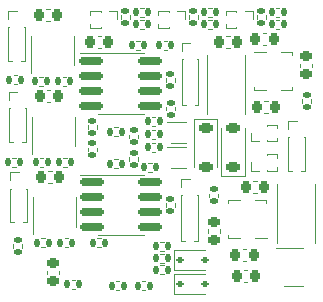
<source format=gto>
%TF.GenerationSoftware,KiCad,Pcbnew,7.0.5*%
%TF.CreationDate,2023-06-11T19:33:25+08:00*%
%TF.ProjectId,DiveCAN Head,44697665-4341-44e2-9048-6561642e6b69,rev?*%
%TF.SameCoordinates,Original*%
%TF.FileFunction,Legend,Top*%
%TF.FilePolarity,Positive*%
%FSLAX46Y46*%
G04 Gerber Fmt 4.6, Leading zero omitted, Abs format (unit mm)*
G04 Created by KiCad (PCBNEW 7.0.5) date 2023-06-11 19:33:25*
%MOMM*%
%LPD*%
G01*
G04 APERTURE LIST*
G04 Aperture macros list*
%AMRoundRect*
0 Rectangle with rounded corners*
0 $1 Rounding radius*
0 $2 $3 $4 $5 $6 $7 $8 $9 X,Y pos of 4 corners*
0 Add a 4 corners polygon primitive as box body*
4,1,4,$2,$3,$4,$5,$6,$7,$8,$9,$2,$3,0*
0 Add four circle primitives for the rounded corners*
1,1,$1+$1,$2,$3*
1,1,$1+$1,$4,$5*
1,1,$1+$1,$6,$7*
1,1,$1+$1,$8,$9*
0 Add four rect primitives between the rounded corners*
20,1,$1+$1,$2,$3,$4,$5,0*
20,1,$1+$1,$4,$5,$6,$7,0*
20,1,$1+$1,$6,$7,$8,$9,0*
20,1,$1+$1,$8,$9,$2,$3,0*%
%AMFreePoly0*
4,1,21,-0.125000,1.200000,0.125000,1.200000,0.125000,1.700000,0.375000,1.700000,0.375000,1.200000,0.825000,1.200000,0.825000,-1.200000,0.375000,-1.200000,0.375000,-1.700000,0.125000,-1.700000,0.125000,-1.200000,-0.125000,-1.200000,-0.125000,-1.700000,-0.375000,-1.700000,-0.375000,-1.200000,-0.825000,-1.200000,-0.825000,1.200000,-0.375000,1.200000,-0.375000,1.700000,-0.125000,1.700000,
-0.125000,1.200000,-0.125000,1.200000,$1*%
G04 Aperture macros list end*
%ADD10C,0.120000*%
%ADD11RoundRect,0.135000X-0.135000X-0.185000X0.135000X-0.185000X0.135000X0.185000X-0.135000X0.185000X0*%
%ADD12RoundRect,0.135000X0.135000X0.185000X-0.135000X0.185000X-0.135000X-0.185000X0.135000X-0.185000X0*%
%ADD13RoundRect,0.135000X0.185000X-0.135000X0.185000X0.135000X-0.185000X0.135000X-0.185000X-0.135000X0*%
%ADD14R,0.850000X0.850000*%
%ADD15O,0.850000X0.850000*%
%ADD16R,0.510000X0.400000*%
%ADD17RoundRect,0.225000X0.375000X-0.225000X0.375000X0.225000X-0.375000X0.225000X-0.375000X-0.225000X0*%
%ADD18R,0.600000X0.240000*%
%ADD19FreePoly0,180.000000*%
%ADD20FreePoly0,0.000000*%
%ADD21R,0.700000X0.510000*%
%ADD22RoundRect,0.225000X-0.225000X-0.250000X0.225000X-0.250000X0.225000X0.250000X-0.225000X0.250000X0*%
%ADD23R,2.900000X1.800000*%
%ADD24RoundRect,0.135000X-0.185000X0.135000X-0.185000X-0.135000X0.185000X-0.135000X0.185000X0.135000X0*%
%ADD25RoundRect,0.150000X-0.825000X-0.150000X0.825000X-0.150000X0.825000X0.150000X-0.825000X0.150000X0*%
%ADD26RoundRect,0.112500X-0.187500X-0.112500X0.187500X-0.112500X0.187500X0.112500X-0.187500X0.112500X0*%
%ADD27RoundRect,0.225000X-0.375000X0.225000X-0.375000X-0.225000X0.375000X-0.225000X0.375000X0.225000X0*%
%ADD28R,0.500000X0.630000*%
%ADD29R,2.400000X1.650000*%
%ADD30RoundRect,0.225000X0.225000X0.250000X-0.225000X0.250000X-0.225000X-0.250000X0.225000X-0.250000X0*%
%ADD31RoundRect,0.225000X-0.250000X0.225000X-0.250000X-0.225000X0.250000X-0.225000X0.250000X0.225000X0*%
%ADD32RoundRect,0.225000X0.250000X-0.225000X0.250000X0.225000X-0.250000X0.225000X-0.250000X-0.225000X0*%
G04 APERTURE END LIST*
D10*
%TO.C,R27*%
X111696359Y-115470000D02*
X112003641Y-115470000D01*
X111696359Y-116230000D02*
X112003641Y-116230000D01*
%TO.C,R24*%
X109803641Y-116230000D02*
X109496359Y-116230000D01*
X109803641Y-115470000D02*
X109496359Y-115470000D01*
%TO.C,R23*%
X113546359Y-95120000D02*
X113853641Y-95120000D01*
X113546359Y-95880000D02*
X113853641Y-95880000D01*
%TO.C,R22*%
X113770000Y-101003641D02*
X113770000Y-100696359D01*
X114530000Y-101003641D02*
X114530000Y-100696359D01*
%TO.C,J11*%
X121085000Y-92605000D02*
X121085000Y-93300000D01*
X120400000Y-92605000D02*
X121085000Y-92605000D01*
X119715000Y-92605000D02*
X118840000Y-92605000D01*
X119715000Y-92605000D02*
X119715000Y-92691724D01*
X118840000Y-92605000D02*
X118840000Y-92905507D01*
X118840000Y-93694493D02*
X118840000Y-93995000D01*
X119715000Y-93908276D02*
X119715000Y-93995000D01*
X119715000Y-93995000D02*
X118840000Y-93995000D01*
%TO.C,J2*%
X109585000Y-92605000D02*
X109585000Y-93300000D01*
X108900000Y-92605000D02*
X109585000Y-92605000D01*
X108215000Y-92605000D02*
X107340000Y-92605000D01*
X108215000Y-92605000D02*
X108215000Y-92691724D01*
X107340000Y-92605000D02*
X107340000Y-92905507D01*
X107340000Y-93694493D02*
X107340000Y-93995000D01*
X108215000Y-93908276D02*
X108215000Y-93995000D01*
X108215000Y-93995000D02*
X107340000Y-93995000D01*
%TO.C,J1*%
X115340000Y-92605000D02*
X115340000Y-93300000D01*
X114655000Y-92605000D02*
X115340000Y-92605000D01*
X113970000Y-92605000D02*
X113095000Y-92605000D01*
X113970000Y-92605000D02*
X113970000Y-92691724D01*
X113095000Y-92605000D02*
X113095000Y-92905507D01*
X113095000Y-93694493D02*
X113095000Y-93995000D01*
X113970000Y-93908276D02*
X113970000Y-93995000D01*
X113970000Y-93995000D02*
X113095000Y-93995000D01*
%TO.C,Q1*%
X113800000Y-101950000D02*
X115450000Y-101950000D01*
X115450000Y-103750000D02*
X114150000Y-103750000D01*
%TO.C,J3*%
X122285000Y-103595000D02*
X122285000Y-103508276D01*
X120915000Y-103595000D02*
X120915000Y-102900000D01*
X122285000Y-103595000D02*
X123160000Y-103595000D01*
X123160000Y-103595000D02*
X123160000Y-103294493D01*
X122285000Y-102291724D02*
X122285000Y-102205000D01*
X123160000Y-102505507D02*
X123160000Y-102205000D01*
X121600000Y-103595000D02*
X120915000Y-103595000D01*
X122285000Y-102205000D02*
X123160000Y-102205000D01*
%TO.C,D4*%
X120400000Y-106510000D02*
X120400000Y-102500000D01*
X118400000Y-106510000D02*
X118400000Y-102500000D01*
X118400000Y-106510000D02*
X120400000Y-106510000D01*
%TO.C,U16*%
X122235000Y-108820000D02*
X122235000Y-108590000D01*
X119990000Y-108590000D02*
X119015000Y-108590000D01*
X119990000Y-111810000D02*
X119015000Y-111810000D01*
X119015000Y-108820000D02*
X119015000Y-108590000D01*
X119015000Y-111810000D02*
X119015000Y-111580000D01*
X122235000Y-108590000D02*
X121260000Y-108590000D01*
X122265000Y-111810000D02*
X121260000Y-111810000D01*
%TO.C,U13*%
X121215000Y-99055000D02*
X121215000Y-99285000D01*
X123460000Y-99285000D02*
X124435000Y-99285000D01*
X123460000Y-96065000D02*
X124435000Y-96065000D01*
X124435000Y-99055000D02*
X124435000Y-99285000D01*
X124435000Y-96065000D02*
X124435000Y-96295000D01*
X121215000Y-99285000D02*
X122190000Y-99285000D01*
X121185000Y-96065000D02*
X122190000Y-96065000D01*
%TO.C,U15*%
X125340000Y-112650000D02*
X123040000Y-112650000D01*
X123740000Y-115850000D02*
X125340000Y-115850000D01*
%TO.C,R5*%
X111853641Y-94080000D02*
X111546359Y-94080000D01*
X111853641Y-93320000D02*
X111546359Y-93320000D01*
%TO.C,C17*%
X120259420Y-112690000D02*
X120540580Y-112690000D01*
X120259420Y-113710000D02*
X120540580Y-113710000D01*
%TO.C,C14*%
X121134420Y-106940000D02*
X121415580Y-106940000D01*
X121134420Y-107960000D02*
X121415580Y-107960000D01*
%TO.C,C2*%
X103676917Y-99290000D02*
X103958077Y-99290000D01*
X103676917Y-100310000D02*
X103958077Y-100310000D01*
%TO.C,L1*%
X120425000Y-96300000D02*
X120425000Y-101300000D01*
X117225000Y-96300000D02*
X117225000Y-101300000D01*
%TO.C,R48*%
X122180000Y-92946359D02*
X122180000Y-93253641D01*
X121420000Y-92946359D02*
X121420000Y-93253641D01*
%TO.C,R20*%
X113246359Y-113120000D02*
X113553641Y-113120000D01*
X113246359Y-113880000D02*
X113553641Y-113880000D01*
%TO.C,R40*%
X109346359Y-105120000D02*
X109653641Y-105120000D01*
X109346359Y-105880000D02*
X109653641Y-105880000D01*
%TO.C,R36*%
X105473641Y-112580000D02*
X105166359Y-112580000D01*
X105473641Y-111820000D02*
X105166359Y-111820000D01*
%TO.C,U12*%
X109925000Y-106440000D02*
X106475000Y-106440000D01*
X109925000Y-106440000D02*
X111875000Y-106440000D01*
X109925000Y-111560000D02*
X107975000Y-111560000D01*
X109925000Y-111560000D02*
X111875000Y-111560000D01*
%TO.C,R4*%
X110680000Y-92946359D02*
X110680000Y-93253641D01*
X109920000Y-92946359D02*
X109920000Y-93253641D01*
%TO.C,R11*%
X111246359Y-95120000D02*
X111553641Y-95120000D01*
X111246359Y-95880000D02*
X111553641Y-95880000D01*
%TO.C,C4*%
X107959420Y-94690000D02*
X108240580Y-94690000D01*
X107959420Y-95710000D02*
X108240580Y-95710000D01*
%TO.C,R10*%
X107120000Y-102553641D02*
X107120000Y-102246359D01*
X107880000Y-102553641D02*
X107880000Y-102246359D01*
%TO.C,R19*%
X113246359Y-112120000D02*
X113553641Y-112120000D01*
X113246359Y-112880000D02*
X113553641Y-112880000D01*
%TO.C,D3*%
X114390000Y-114850000D02*
X114390000Y-116550000D01*
X114390000Y-114850000D02*
X117050000Y-114850000D01*
X114390000Y-116550000D02*
X117050000Y-116550000D01*
%TO.C,R50*%
X123353641Y-93080000D02*
X123046359Y-93080000D01*
X123353641Y-92320000D02*
X123046359Y-92320000D01*
%TO.C,R21*%
X113246359Y-114120000D02*
X113553641Y-114120000D01*
X113246359Y-114880000D02*
X113553641Y-114880000D01*
%TO.C,D1*%
X118100000Y-101740000D02*
X116100000Y-101740000D01*
X118100000Y-101740000D02*
X118100000Y-105750000D01*
X116100000Y-101740000D02*
X116100000Y-105750000D01*
%TO.C,R39*%
X114480000Y-98246359D02*
X114480000Y-98553641D01*
X113720000Y-98246359D02*
X113720000Y-98553641D01*
%TO.C,R25*%
X102996358Y-98155000D02*
X103303640Y-98155000D01*
X102996358Y-98915000D02*
X103303640Y-98915000D01*
%TO.C,R1*%
X116435000Y-92946359D02*
X116435000Y-93253641D01*
X115675000Y-92946359D02*
X115675000Y-93253641D01*
%TO.C,J7*%
X100575001Y-106240000D02*
X101270001Y-106240000D01*
X100575001Y-106925000D02*
X100575001Y-106240000D01*
X100575001Y-107610000D02*
X100575001Y-110485000D01*
X100575001Y-107610000D02*
X100661725Y-107610000D01*
X100575001Y-110485000D02*
X100875508Y-110485000D01*
X101664494Y-110485000D02*
X101965001Y-110485000D01*
X101878277Y-107610000D02*
X101965001Y-107610000D01*
X101965001Y-107610000D02*
X101965001Y-110485000D01*
%TO.C,R38*%
X111380000Y-103046359D02*
X111380000Y-103353641D01*
X110620000Y-103046359D02*
X110620000Y-103353641D01*
%TO.C,R9*%
X101580000Y-112346359D02*
X101580000Y-112653641D01*
X100820000Y-112346359D02*
X100820000Y-112653641D01*
%TO.C,U6*%
X102520000Y-111500000D02*
X102520000Y-108370000D01*
X106120000Y-110830000D02*
X106120000Y-108370000D01*
%TO.C,C12*%
X122365580Y-101185000D02*
X122084420Y-101185000D01*
X122365580Y-100165000D02*
X122084420Y-100165000D01*
%TO.C,L2*%
X123175000Y-112200000D02*
X123175000Y-107200000D01*
X126375000Y-112200000D02*
X126375000Y-107200000D01*
%TO.C,J5*%
X100405000Y-92575000D02*
X101100000Y-92575000D01*
X100405000Y-93260000D02*
X100405000Y-92575000D01*
X100405000Y-93945000D02*
X100405000Y-96820000D01*
X100405000Y-93945000D02*
X100491724Y-93945000D01*
X100405000Y-96820000D02*
X100705507Y-96820000D01*
X101494493Y-96820000D02*
X101795000Y-96820000D01*
X101708276Y-93945000D02*
X101795000Y-93945000D01*
X101795000Y-93945000D02*
X101795000Y-96820000D01*
%TO.C,R14*%
X112546359Y-103380000D02*
X112853641Y-103380000D01*
X112546359Y-102620000D02*
X112853641Y-102620000D01*
%TO.C,Q2*%
X113795000Y-104100000D02*
X115445000Y-104100000D01*
X115445000Y-105900000D02*
X114145000Y-105900000D01*
%TO.C,C8*%
X104710000Y-114559420D02*
X104710000Y-114840580D01*
X103690000Y-114559420D02*
X103690000Y-114840580D01*
%TO.C,R15*%
X112546359Y-104480000D02*
X112853641Y-104480000D01*
X112546359Y-103720000D02*
X112853641Y-103720000D01*
%TO.C,R26*%
X105303640Y-98915000D02*
X104996358Y-98915000D01*
X105303640Y-98155000D02*
X104996358Y-98155000D01*
%TO.C,J6*%
X100472498Y-99440000D02*
X101167498Y-99440000D01*
X100472498Y-100125000D02*
X100472498Y-99440000D01*
X100472498Y-100810000D02*
X100472498Y-103685000D01*
X100472498Y-100810000D02*
X100559222Y-100810000D01*
X100472498Y-103685000D02*
X100773005Y-103685000D01*
X101561991Y-103685000D02*
X101862498Y-103685000D01*
X101775774Y-100810000D02*
X101862498Y-100810000D01*
X101862498Y-100810000D02*
X101862498Y-103685000D01*
%TO.C,R2*%
X117608641Y-94080000D02*
X117301359Y-94080000D01*
X117608641Y-93320000D02*
X117301359Y-93320000D01*
%TO.C,R46*%
X125270000Y-100328641D02*
X125270000Y-100021359D01*
X126030000Y-100328641D02*
X126030000Y-100021359D01*
%TO.C,U2*%
X102349999Y-97835000D02*
X102349999Y-94705000D01*
X105949999Y-97165000D02*
X105949999Y-94705000D01*
%TO.C,D2*%
X114390000Y-112850000D02*
X114390000Y-114550000D01*
X114390000Y-112850000D02*
X117050000Y-112850000D01*
X114390000Y-114550000D02*
X117050000Y-114550000D01*
%TO.C,R30*%
X103063856Y-105020000D02*
X103371138Y-105020000D01*
X103063856Y-105780000D02*
X103371138Y-105780000D01*
%TO.C,C13*%
X121934420Y-94440000D02*
X122215580Y-94440000D01*
X121934420Y-95460000D02*
X122215580Y-95460000D01*
%TO.C,U4*%
X102417497Y-104700000D02*
X102417497Y-101570000D01*
X106017497Y-104030000D02*
X106017497Y-101570000D01*
%TO.C,C16*%
X119140580Y-95710000D02*
X118859420Y-95710000D01*
X119140580Y-94690000D02*
X118859420Y-94690000D01*
%TO.C,J4*%
X124105000Y-101915000D02*
X124800000Y-101915000D01*
X124105000Y-102600000D02*
X124105000Y-101915000D01*
X124105000Y-103285000D02*
X124105000Y-106160000D01*
X124105000Y-103285000D02*
X124191724Y-103285000D01*
X124105000Y-106160000D02*
X124405507Y-106160000D01*
X125194493Y-106160000D02*
X125495000Y-106160000D01*
X125408276Y-103285000D02*
X125495000Y-103285000D01*
X125495000Y-103285000D02*
X125495000Y-106160000D01*
%TO.C,R18*%
X105746359Y-115320000D02*
X106053641Y-115320000D01*
X105746359Y-116080000D02*
X106053641Y-116080000D01*
%TO.C,R16*%
X108253641Y-112580000D02*
X107946359Y-112580000D01*
X108253641Y-111820000D02*
X107946359Y-111820000D01*
%TO.C,R42*%
X114480000Y-108846359D02*
X114480000Y-109153641D01*
X113720000Y-108846359D02*
X113720000Y-109153641D01*
%TO.C,R7*%
X100846359Y-98020000D02*
X101153641Y-98020000D01*
X100846359Y-98780000D02*
X101153641Y-98780000D01*
%TO.C,C1*%
X103609419Y-92425000D02*
X103890579Y-92425000D01*
X103609419Y-93445000D02*
X103890579Y-93445000D01*
%TO.C,R3*%
X117608641Y-93080000D02*
X117301359Y-93080000D01*
X117608641Y-92320000D02*
X117301359Y-92320000D01*
%TO.C,R37*%
X109346359Y-102420000D02*
X109653641Y-102420000D01*
X109346359Y-103180000D02*
X109653641Y-103180000D01*
%TO.C,U9*%
X109900000Y-96140000D02*
X106450000Y-96140000D01*
X109900000Y-96140000D02*
X111850000Y-96140000D01*
X109900000Y-101260000D02*
X107950000Y-101260000D01*
X109900000Y-101260000D02*
X111850000Y-101260000D01*
%TO.C,R13*%
X112546359Y-101520000D02*
X112853641Y-101520000D01*
X112546359Y-102280000D02*
X112853641Y-102280000D01*
%TO.C,R8*%
X100746359Y-105020000D02*
X101053641Y-105020000D01*
X100746359Y-105780000D02*
X101053641Y-105780000D01*
%TO.C,R35*%
X103166359Y-111820000D02*
X103473641Y-111820000D01*
X103166359Y-112580000D02*
X103473641Y-112580000D01*
%TO.C,R6*%
X111853641Y-93080000D02*
X111546359Y-93080000D01*
X111853641Y-92320000D02*
X111546359Y-92320000D01*
%TO.C,C15*%
X117265000Y-111340580D02*
X117265000Y-111059420D01*
X118285000Y-111340580D02*
X118285000Y-111059420D01*
%TO.C,R47*%
X118155000Y-108046359D02*
X118155000Y-108353641D01*
X117395000Y-108046359D02*
X117395000Y-108353641D01*
%TO.C,C18*%
X126085000Y-97034420D02*
X126085000Y-97315580D01*
X125065000Y-97034420D02*
X125065000Y-97315580D01*
%TO.C,R41*%
X110620000Y-105253641D02*
X110620000Y-104946359D01*
X111380000Y-105253641D02*
X111380000Y-104946359D01*
%TO.C,R17*%
X112246359Y-105420000D02*
X112553641Y-105420000D01*
X112246359Y-106180000D02*
X112553641Y-106180000D01*
%TO.C,J8*%
X115105000Y-95315000D02*
X115800000Y-95315000D01*
X115105000Y-96000000D02*
X115105000Y-95315000D01*
X115105000Y-96685000D02*
X115105000Y-100560000D01*
X115105000Y-96685000D02*
X115191724Y-96685000D01*
X115105000Y-100560000D02*
X115405507Y-100560000D01*
X116194493Y-100560000D02*
X116495000Y-100560000D01*
X116408276Y-96685000D02*
X116495000Y-96685000D01*
X116495000Y-96685000D02*
X116495000Y-100560000D01*
%TO.C,J9*%
X115055000Y-106815000D02*
X115750000Y-106815000D01*
X115055000Y-107500000D02*
X115055000Y-106815000D01*
X115055000Y-108185000D02*
X115055000Y-112060000D01*
X115055000Y-108185000D02*
X115141724Y-108185000D01*
X115055000Y-112060000D02*
X115355507Y-112060000D01*
X116144493Y-112060000D02*
X116445000Y-112060000D01*
X116358276Y-108185000D02*
X116445000Y-108185000D01*
X116445000Y-108185000D02*
X116445000Y-112060000D01*
%TO.C,J10*%
X122285000Y-104705000D02*
X123160000Y-104705000D01*
X122285000Y-104791724D02*
X122285000Y-104705000D01*
X123160000Y-105005507D02*
X123160000Y-104705000D01*
X123160000Y-106095000D02*
X123160000Y-105794493D01*
X122285000Y-106095000D02*
X122285000Y-106008276D01*
X122285000Y-106095000D02*
X123160000Y-106095000D01*
X121600000Y-106095000D02*
X120915000Y-106095000D01*
X120915000Y-106095000D02*
X120915000Y-105400000D01*
%TO.C,C3*%
X103779420Y-106090000D02*
X104060580Y-106090000D01*
X103779420Y-107110000D02*
X104060580Y-107110000D01*
%TO.C,C19*%
X120359420Y-114490000D02*
X120640580Y-114490000D01*
X120359420Y-115510000D02*
X120640580Y-115510000D01*
%TO.C,R49*%
X123353641Y-94080000D02*
X123046359Y-94080000D01*
X123353641Y-93320000D02*
X123046359Y-93320000D01*
%TO.C,R12*%
X107120000Y-104453641D02*
X107120000Y-104146359D01*
X107880000Y-104453641D02*
X107880000Y-104146359D01*
%TO.C,R31*%
X105371138Y-105780000D02*
X105063856Y-105780000D01*
X105371138Y-105020000D02*
X105063856Y-105020000D01*
%TD*%
%LPC*%
D11*
%TO.C,R27*%
X111340000Y-115850000D03*
X112360000Y-115850000D03*
%TD*%
D12*
%TO.C,R24*%
X110160000Y-115850000D03*
X109140000Y-115850000D03*
%TD*%
D11*
%TO.C,R23*%
X113190000Y-95500000D03*
X114210000Y-95500000D03*
%TD*%
D13*
%TO.C,R22*%
X114150000Y-101360000D03*
X114150000Y-100340000D03*
%TD*%
D14*
%TO.C,J11*%
X120400000Y-93300000D03*
D15*
X119400000Y-93300000D03*
%TD*%
D14*
%TO.C,J2*%
X108900000Y-93300000D03*
D15*
X107900000Y-93300000D03*
%TD*%
D14*
%TO.C,J1*%
X114655000Y-93300000D03*
D15*
X113655000Y-93300000D03*
%TD*%
D16*
%TO.C,Q1*%
X114155000Y-102350000D03*
X114155000Y-103350000D03*
X115445000Y-102850000D03*
%TD*%
D14*
%TO.C,J3*%
X121600000Y-102900000D03*
D15*
X122600000Y-102900000D03*
%TD*%
D17*
%TO.C,D4*%
X119400000Y-105800000D03*
X119400000Y-102500000D03*
%TD*%
D18*
%TO.C,U16*%
X122025000Y-111200000D03*
X122025000Y-110700000D03*
X122025000Y-110200000D03*
X122025000Y-109700000D03*
X122025000Y-109200000D03*
X119225000Y-109200000D03*
X119225000Y-109700000D03*
X119225000Y-110200000D03*
X119225000Y-110700000D03*
X119225000Y-111200000D03*
D19*
X120625000Y-110200000D03*
%TD*%
D18*
%TO.C,U13*%
X121425000Y-96675000D03*
X121425000Y-97175000D03*
X121425000Y-97675000D03*
X121425000Y-98175000D03*
X121425000Y-98675000D03*
X124225000Y-98675000D03*
X124225000Y-98175000D03*
X124225000Y-97675000D03*
X124225000Y-97175000D03*
X124225000Y-96675000D03*
D20*
X122825000Y-97675000D03*
%TD*%
D21*
%TO.C,U15*%
X123380000Y-113300000D03*
X123380000Y-114250000D03*
X123380000Y-115200000D03*
X125700000Y-115200000D03*
X125700000Y-114250000D03*
X125700000Y-113300000D03*
%TD*%
D12*
%TO.C,R5*%
X112210000Y-93700000D03*
X111190000Y-93700000D03*
%TD*%
D22*
%TO.C,C17*%
X119625000Y-113200000D03*
X121175000Y-113200000D03*
%TD*%
%TO.C,C14*%
X120500000Y-107450000D03*
X122050000Y-107450000D03*
%TD*%
%TO.C,C2*%
X103042497Y-99800000D03*
X104592497Y-99800000D03*
%TD*%
D23*
%TO.C,L1*%
X118825000Y-97200000D03*
X118825000Y-100400000D03*
%TD*%
D24*
%TO.C,R48*%
X121800000Y-92590000D03*
X121800000Y-93610000D03*
%TD*%
D11*
%TO.C,R20*%
X112890000Y-113500000D03*
X113910000Y-113500000D03*
%TD*%
%TO.C,R40*%
X108990000Y-105500000D03*
X110010000Y-105500000D03*
%TD*%
D12*
%TO.C,R36*%
X105830000Y-112200000D03*
X104810000Y-112200000D03*
%TD*%
D25*
%TO.C,U12*%
X107450000Y-107095000D03*
X107450000Y-108365000D03*
X107450000Y-109635000D03*
X107450000Y-110905000D03*
X112400000Y-110905000D03*
X112400000Y-109635000D03*
X112400000Y-108365000D03*
X112400000Y-107095000D03*
%TD*%
D24*
%TO.C,R4*%
X110300000Y-92590000D03*
X110300000Y-93610000D03*
%TD*%
D11*
%TO.C,R11*%
X110890000Y-95500000D03*
X111910000Y-95500000D03*
%TD*%
D22*
%TO.C,C4*%
X107325000Y-95200000D03*
X108875000Y-95200000D03*
%TD*%
D13*
%TO.C,R10*%
X107500000Y-102910000D03*
X107500000Y-101890000D03*
%TD*%
D11*
%TO.C,R19*%
X112890000Y-112500000D03*
X113910000Y-112500000D03*
%TD*%
D26*
%TO.C,D3*%
X114950000Y-115700000D03*
X117050000Y-115700000D03*
%TD*%
D12*
%TO.C,R50*%
X123710000Y-92700000D03*
X122690000Y-92700000D03*
%TD*%
D11*
%TO.C,R21*%
X112890000Y-114500000D03*
X113910000Y-114500000D03*
%TD*%
D27*
%TO.C,D1*%
X117100000Y-102450000D03*
X117100000Y-105750000D03*
%TD*%
D24*
%TO.C,R39*%
X114100000Y-97890000D03*
X114100000Y-98910000D03*
%TD*%
D11*
%TO.C,R25*%
X102639999Y-98535000D03*
X103659999Y-98535000D03*
%TD*%
D24*
%TO.C,R1*%
X116055000Y-92590000D03*
X116055000Y-93610000D03*
%TD*%
D14*
%TO.C,J7*%
X101270001Y-106925000D03*
D15*
X101270001Y-107925000D03*
X101270001Y-108925000D03*
X101270001Y-109925000D03*
%TD*%
D24*
%TO.C,R38*%
X111000000Y-102690000D03*
X111000000Y-103710000D03*
%TD*%
%TO.C,R9*%
X101200000Y-111990000D03*
X101200000Y-113010000D03*
%TD*%
D28*
%TO.C,U6*%
X103350000Y-111000000D03*
X103990000Y-111000000D03*
X104650000Y-111000000D03*
X105290000Y-111000000D03*
D29*
X104320000Y-109600000D03*
D28*
X105295000Y-108200000D03*
X104640000Y-108200000D03*
X104000000Y-108200000D03*
X103350000Y-108200000D03*
%TD*%
D30*
%TO.C,C12*%
X123000000Y-100675000D03*
X121450000Y-100675000D03*
%TD*%
D23*
%TO.C,L2*%
X124775000Y-111300000D03*
X124775000Y-108100000D03*
%TD*%
D14*
%TO.C,J5*%
X101100000Y-93260000D03*
D15*
X101100000Y-94260000D03*
X101100000Y-95260000D03*
X101100000Y-96260000D03*
%TD*%
D11*
%TO.C,R14*%
X113210000Y-103000000D03*
X112190000Y-103000000D03*
%TD*%
D16*
%TO.C,Q2*%
X114150000Y-104500000D03*
X114150000Y-105500000D03*
X115440000Y-105000000D03*
%TD*%
D31*
%TO.C,C8*%
X104200000Y-113925000D03*
X104200000Y-115475000D03*
%TD*%
D11*
%TO.C,R15*%
X113210000Y-104100000D03*
X112190000Y-104100000D03*
%TD*%
D12*
%TO.C,R26*%
X105659999Y-98535000D03*
X104639999Y-98535000D03*
%TD*%
D14*
%TO.C,J6*%
X101167498Y-100125000D03*
D15*
X101167498Y-101125000D03*
X101167498Y-102125000D03*
X101167498Y-103125000D03*
%TD*%
D12*
%TO.C,R2*%
X117965000Y-93700000D03*
X116945000Y-93700000D03*
%TD*%
D13*
%TO.C,R46*%
X125650000Y-100685000D03*
X125650000Y-99665000D03*
%TD*%
D28*
%TO.C,U2*%
X103179999Y-97335000D03*
X103819999Y-97335000D03*
X104479999Y-97335000D03*
X105119999Y-97335000D03*
D29*
X104149999Y-95935000D03*
D28*
X105124999Y-94535000D03*
X104469999Y-94535000D03*
X103829999Y-94535000D03*
X103179999Y-94535000D03*
%TD*%
D26*
%TO.C,D2*%
X114950000Y-113700000D03*
X117050000Y-113700000D03*
%TD*%
D11*
%TO.C,R30*%
X102707497Y-105400000D03*
X103727497Y-105400000D03*
%TD*%
D22*
%TO.C,C13*%
X121300000Y-94950000D03*
X122850000Y-94950000D03*
%TD*%
D28*
%TO.C,U4*%
X103247497Y-104200000D03*
X103887497Y-104200000D03*
X104547497Y-104200000D03*
X105187497Y-104200000D03*
D29*
X104217497Y-102800000D03*
D28*
X105192497Y-101400000D03*
X104537497Y-101400000D03*
X103897497Y-101400000D03*
X103247497Y-101400000D03*
%TD*%
D30*
%TO.C,C16*%
X119775000Y-95200000D03*
X118225000Y-95200000D03*
%TD*%
D14*
%TO.C,J4*%
X124800000Y-102600000D03*
D15*
X124800000Y-103600000D03*
X124800000Y-104600000D03*
X124800000Y-105600000D03*
%TD*%
D11*
%TO.C,R18*%
X105390000Y-115700000D03*
X106410000Y-115700000D03*
%TD*%
D12*
%TO.C,R16*%
X108610000Y-112200000D03*
X107590000Y-112200000D03*
%TD*%
D24*
%TO.C,R42*%
X114100000Y-108490000D03*
X114100000Y-109510000D03*
%TD*%
D11*
%TO.C,R7*%
X100490000Y-98400000D03*
X101510000Y-98400000D03*
%TD*%
D22*
%TO.C,C1*%
X102974999Y-92935000D03*
X104524999Y-92935000D03*
%TD*%
D12*
%TO.C,R3*%
X117965000Y-92700000D03*
X116945000Y-92700000D03*
%TD*%
D11*
%TO.C,R37*%
X108990000Y-102800000D03*
X110010000Y-102800000D03*
%TD*%
D25*
%TO.C,U9*%
X107425000Y-96795000D03*
X107425000Y-98065000D03*
X107425000Y-99335000D03*
X107425000Y-100605000D03*
X112375000Y-100605000D03*
X112375000Y-99335000D03*
X112375000Y-98065000D03*
X112375000Y-96795000D03*
%TD*%
D11*
%TO.C,R13*%
X112190000Y-101900000D03*
X113210000Y-101900000D03*
%TD*%
%TO.C,R8*%
X100390000Y-105400000D03*
X101410000Y-105400000D03*
%TD*%
%TO.C,R35*%
X102810000Y-112200000D03*
X103830000Y-112200000D03*
%TD*%
D12*
%TO.C,R6*%
X112210000Y-92700000D03*
X111190000Y-92700000D03*
%TD*%
D32*
%TO.C,C15*%
X117775000Y-111975000D03*
X117775000Y-110425000D03*
%TD*%
D24*
%TO.C,R47*%
X117775000Y-107690000D03*
X117775000Y-108710000D03*
%TD*%
D31*
%TO.C,C18*%
X125575000Y-96400000D03*
X125575000Y-97950000D03*
%TD*%
D13*
%TO.C,R41*%
X111000000Y-105610000D03*
X111000000Y-104590000D03*
%TD*%
D11*
%TO.C,R17*%
X111890000Y-105800000D03*
X112910000Y-105800000D03*
%TD*%
D14*
%TO.C,J8*%
X115800000Y-96000000D03*
D15*
X115800000Y-97000000D03*
X115800000Y-98000000D03*
X115800000Y-99000000D03*
X115800000Y-100000000D03*
%TD*%
D14*
%TO.C,J9*%
X115750000Y-107500000D03*
D15*
X115750000Y-108500000D03*
X115750000Y-109500000D03*
X115750000Y-110500000D03*
X115750000Y-111500000D03*
%TD*%
%TO.C,J10*%
X122600000Y-105400000D03*
D14*
X121600000Y-105400000D03*
%TD*%
D22*
%TO.C,C3*%
X103145000Y-106600000D03*
X104695000Y-106600000D03*
%TD*%
%TO.C,C19*%
X119725000Y-115000000D03*
X121275000Y-115000000D03*
%TD*%
D12*
%TO.C,R49*%
X123710000Y-93700000D03*
X122690000Y-93700000D03*
%TD*%
D13*
%TO.C,R12*%
X107500000Y-104810000D03*
X107500000Y-103790000D03*
%TD*%
D12*
%TO.C,R31*%
X105727497Y-105400000D03*
X104707497Y-105400000D03*
%TD*%
%LPD*%
M02*

</source>
